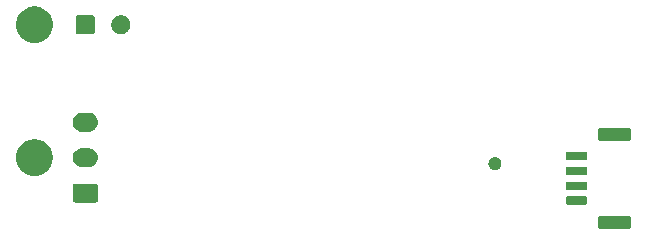
<source format=gbr>
G04 #@! TF.GenerationSoftware,KiCad,Pcbnew,(5.1.5-0-10_14)*
G04 #@! TF.CreationDate,2020-01-04T14:18:12-08:00*
G04 #@! TF.ProjectId,Grits,47726974-732e-46b6-9963-61645f706362,rev?*
G04 #@! TF.SameCoordinates,Original*
G04 #@! TF.FileFunction,Soldermask,Bot*
G04 #@! TF.FilePolarity,Negative*
%FSLAX46Y46*%
G04 Gerber Fmt 4.6, Leading zero omitted, Abs format (unit mm)*
G04 Created by KiCad (PCBNEW (5.1.5-0-10_14)) date 2020-01-04 14:18:12*
%MOMM*%
%LPD*%
G04 APERTURE LIST*
%ADD10C,0.100000*%
G04 APERTURE END LIST*
D10*
G36*
X160329434Y-114178686D02*
G01*
X160369284Y-114190774D01*
X160405999Y-114210399D01*
X160438186Y-114236814D01*
X160464601Y-114269001D01*
X160484226Y-114305716D01*
X160496314Y-114345566D01*
X160501000Y-114393141D01*
X160501000Y-115056859D01*
X160496314Y-115104434D01*
X160484226Y-115144284D01*
X160464601Y-115180999D01*
X160438186Y-115213186D01*
X160405999Y-115239601D01*
X160369284Y-115259226D01*
X160329434Y-115271314D01*
X160281859Y-115276000D01*
X157918141Y-115276000D01*
X157870566Y-115271314D01*
X157830716Y-115259226D01*
X157794001Y-115239601D01*
X157761814Y-115213186D01*
X157735399Y-115180999D01*
X157715774Y-115144284D01*
X157703686Y-115104434D01*
X157699000Y-115056859D01*
X157699000Y-114393141D01*
X157703686Y-114345566D01*
X157715774Y-114305716D01*
X157735399Y-114269001D01*
X157761814Y-114236814D01*
X157794001Y-114210399D01*
X157830716Y-114190774D01*
X157870566Y-114178686D01*
X157918141Y-114174000D01*
X160281859Y-114174000D01*
X160329434Y-114178686D01*
G37*
G36*
X156709928Y-112526764D02*
G01*
X156731009Y-112533160D01*
X156750445Y-112543548D01*
X156767476Y-112557524D01*
X156781452Y-112574555D01*
X156791840Y-112593991D01*
X156798236Y-112615072D01*
X156801000Y-112643140D01*
X156801000Y-113106860D01*
X156798236Y-113134928D01*
X156791840Y-113156009D01*
X156781452Y-113175445D01*
X156767476Y-113192476D01*
X156750445Y-113206452D01*
X156731009Y-113216840D01*
X156709928Y-113223236D01*
X156681860Y-113226000D01*
X155118140Y-113226000D01*
X155090072Y-113223236D01*
X155068991Y-113216840D01*
X155049555Y-113206452D01*
X155032524Y-113192476D01*
X155018548Y-113175445D01*
X155008160Y-113156009D01*
X155001764Y-113134928D01*
X154999000Y-113106860D01*
X154999000Y-112643140D01*
X155001764Y-112615072D01*
X155008160Y-112593991D01*
X155018548Y-112574555D01*
X155032524Y-112557524D01*
X155049555Y-112543548D01*
X155068991Y-112533160D01*
X155090072Y-112526764D01*
X155118140Y-112524000D01*
X156681860Y-112524000D01*
X156709928Y-112526764D01*
G37*
G36*
X115233048Y-111453122D02*
G01*
X115267387Y-111463539D01*
X115299036Y-111480456D01*
X115326778Y-111503222D01*
X115349544Y-111530964D01*
X115366461Y-111562613D01*
X115376878Y-111596952D01*
X115381000Y-111638807D01*
X115381000Y-112861193D01*
X115376878Y-112903048D01*
X115366461Y-112937387D01*
X115349544Y-112969036D01*
X115326778Y-112996778D01*
X115299036Y-113019544D01*
X115267387Y-113036461D01*
X115233048Y-113046878D01*
X115191193Y-113051000D01*
X113448807Y-113051000D01*
X113406952Y-113046878D01*
X113372613Y-113036461D01*
X113340964Y-113019544D01*
X113313222Y-112996778D01*
X113290456Y-112969036D01*
X113273539Y-112937387D01*
X113263122Y-112903048D01*
X113259000Y-112861193D01*
X113259000Y-111638807D01*
X113263122Y-111596952D01*
X113273539Y-111562613D01*
X113290456Y-111530964D01*
X113313222Y-111503222D01*
X113340964Y-111480456D01*
X113372613Y-111463539D01*
X113406952Y-111453122D01*
X113448807Y-111449000D01*
X115191193Y-111449000D01*
X115233048Y-111453122D01*
G37*
G36*
X156709928Y-111276764D02*
G01*
X156731009Y-111283160D01*
X156750445Y-111293548D01*
X156767476Y-111307524D01*
X156781452Y-111324555D01*
X156791840Y-111343991D01*
X156798236Y-111365072D01*
X156801000Y-111393140D01*
X156801000Y-111856860D01*
X156798236Y-111884928D01*
X156791840Y-111906009D01*
X156781452Y-111925445D01*
X156767476Y-111942476D01*
X156750445Y-111956452D01*
X156731009Y-111966840D01*
X156709928Y-111973236D01*
X156681860Y-111976000D01*
X155118140Y-111976000D01*
X155090072Y-111973236D01*
X155068991Y-111966840D01*
X155049555Y-111956452D01*
X155032524Y-111942476D01*
X155018548Y-111925445D01*
X155008160Y-111906009D01*
X155001764Y-111884928D01*
X154999000Y-111856860D01*
X154999000Y-111393140D01*
X155001764Y-111365072D01*
X155008160Y-111343991D01*
X155018548Y-111324555D01*
X155032524Y-111307524D01*
X155049555Y-111293548D01*
X155068991Y-111283160D01*
X155090072Y-111276764D01*
X155118140Y-111274000D01*
X156681860Y-111274000D01*
X156709928Y-111276764D01*
G37*
G36*
X110302585Y-107728802D02*
G01*
X110452410Y-107758604D01*
X110734674Y-107875521D01*
X110988705Y-108045259D01*
X111204741Y-108261295D01*
X111374479Y-108515326D01*
X111491396Y-108797590D01*
X111521198Y-108947415D01*
X111551000Y-109097239D01*
X111551000Y-109402761D01*
X111536432Y-109476000D01*
X111491396Y-109702410D01*
X111374479Y-109984674D01*
X111204741Y-110238705D01*
X110988705Y-110454741D01*
X110734674Y-110624479D01*
X110452410Y-110741396D01*
X110302585Y-110771198D01*
X110152761Y-110801000D01*
X109847239Y-110801000D01*
X109697415Y-110771198D01*
X109547590Y-110741396D01*
X109265326Y-110624479D01*
X109011295Y-110454741D01*
X108795259Y-110238705D01*
X108625521Y-109984674D01*
X108508604Y-109702410D01*
X108463568Y-109476000D01*
X108449000Y-109402761D01*
X108449000Y-109097239D01*
X108478802Y-108947415D01*
X108508604Y-108797590D01*
X108625521Y-108515326D01*
X108795259Y-108261295D01*
X109011295Y-108045259D01*
X109265326Y-107875521D01*
X109547590Y-107758604D01*
X109697415Y-107728802D01*
X109847239Y-107699000D01*
X110152761Y-107699000D01*
X110302585Y-107728802D01*
G37*
G36*
X156709928Y-110026764D02*
G01*
X156731009Y-110033160D01*
X156750445Y-110043548D01*
X156767476Y-110057524D01*
X156781452Y-110074555D01*
X156791840Y-110093991D01*
X156798236Y-110115072D01*
X156801000Y-110143140D01*
X156801000Y-110606860D01*
X156798236Y-110634928D01*
X156791840Y-110656009D01*
X156781452Y-110675445D01*
X156767476Y-110692476D01*
X156750445Y-110706452D01*
X156731009Y-110716840D01*
X156709928Y-110723236D01*
X156681860Y-110726000D01*
X155118140Y-110726000D01*
X155090072Y-110723236D01*
X155068991Y-110716840D01*
X155049555Y-110706452D01*
X155032524Y-110692476D01*
X155018548Y-110675445D01*
X155008160Y-110656009D01*
X155001764Y-110634928D01*
X154999000Y-110606860D01*
X154999000Y-110143140D01*
X155001764Y-110115072D01*
X155008160Y-110093991D01*
X155018548Y-110074555D01*
X155032524Y-110057524D01*
X155049555Y-110043548D01*
X155068991Y-110033160D01*
X155090072Y-110026764D01*
X155118140Y-110024000D01*
X156681860Y-110024000D01*
X156709928Y-110026764D01*
G37*
G36*
X149160721Y-109220174D02*
G01*
X149260995Y-109261709D01*
X149260996Y-109261710D01*
X149351242Y-109322010D01*
X149427990Y-109398758D01*
X149457201Y-109442476D01*
X149488291Y-109489005D01*
X149529826Y-109589279D01*
X149551000Y-109695730D01*
X149551000Y-109804270D01*
X149529826Y-109910721D01*
X149488291Y-110010995D01*
X149458345Y-110055812D01*
X149427990Y-110101242D01*
X149351242Y-110177990D01*
X149319050Y-110199500D01*
X149260995Y-110238291D01*
X149160721Y-110279826D01*
X149054270Y-110301000D01*
X148945730Y-110301000D01*
X148839279Y-110279826D01*
X148739005Y-110238291D01*
X148680950Y-110199500D01*
X148648758Y-110177990D01*
X148572010Y-110101242D01*
X148541655Y-110055812D01*
X148511709Y-110010995D01*
X148470174Y-109910721D01*
X148449000Y-109804270D01*
X148449000Y-109695730D01*
X148470174Y-109589279D01*
X148511709Y-109489005D01*
X148542799Y-109442476D01*
X148572010Y-109398758D01*
X148648758Y-109322010D01*
X148739004Y-109261710D01*
X148739005Y-109261709D01*
X148839279Y-109220174D01*
X148945730Y-109199000D01*
X149054270Y-109199000D01*
X149160721Y-109220174D01*
G37*
G36*
X114658571Y-108452863D02*
G01*
X114737023Y-108460590D01*
X114837682Y-108491125D01*
X114888013Y-108506392D01*
X115027165Y-108580771D01*
X115149133Y-108680867D01*
X115249229Y-108802835D01*
X115323608Y-108941987D01*
X115323608Y-108941988D01*
X115369410Y-109092977D01*
X115384875Y-109250000D01*
X115369410Y-109407023D01*
X115348486Y-109476000D01*
X115323608Y-109558013D01*
X115249229Y-109697165D01*
X115149133Y-109819133D01*
X115027165Y-109919229D01*
X114888013Y-109993608D01*
X114837682Y-110008875D01*
X114737023Y-110039410D01*
X114658571Y-110047137D01*
X114619346Y-110051000D01*
X114020654Y-110051000D01*
X113981429Y-110047137D01*
X113902977Y-110039410D01*
X113802318Y-110008875D01*
X113751987Y-109993608D01*
X113612835Y-109919229D01*
X113490867Y-109819133D01*
X113390771Y-109697165D01*
X113316392Y-109558013D01*
X113291514Y-109476000D01*
X113270590Y-109407023D01*
X113255125Y-109250000D01*
X113270590Y-109092977D01*
X113316392Y-108941988D01*
X113316392Y-108941987D01*
X113390771Y-108802835D01*
X113490867Y-108680867D01*
X113612835Y-108580771D01*
X113751987Y-108506392D01*
X113802318Y-108491125D01*
X113902977Y-108460590D01*
X113981429Y-108452863D01*
X114020654Y-108449000D01*
X114619346Y-108449000D01*
X114658571Y-108452863D01*
G37*
G36*
X156709928Y-108776764D02*
G01*
X156731009Y-108783160D01*
X156750445Y-108793548D01*
X156767476Y-108807524D01*
X156781452Y-108824555D01*
X156791840Y-108843991D01*
X156798236Y-108865072D01*
X156801000Y-108893140D01*
X156801000Y-109356860D01*
X156798236Y-109384928D01*
X156791840Y-109406009D01*
X156781452Y-109425445D01*
X156767476Y-109442476D01*
X156750445Y-109456452D01*
X156731009Y-109466840D01*
X156709928Y-109473236D01*
X156681860Y-109476000D01*
X155118140Y-109476000D01*
X155090072Y-109473236D01*
X155068991Y-109466840D01*
X155049555Y-109456452D01*
X155032524Y-109442476D01*
X155018548Y-109425445D01*
X155008160Y-109406009D01*
X155001764Y-109384928D01*
X154999000Y-109356860D01*
X154999000Y-108893140D01*
X155001764Y-108865072D01*
X155008160Y-108843991D01*
X155018548Y-108824555D01*
X155032524Y-108807524D01*
X155049555Y-108793548D01*
X155068991Y-108783160D01*
X155090072Y-108776764D01*
X155118140Y-108774000D01*
X156681860Y-108774000D01*
X156709928Y-108776764D01*
G37*
G36*
X160329434Y-106728686D02*
G01*
X160369284Y-106740774D01*
X160405999Y-106760399D01*
X160438186Y-106786814D01*
X160464601Y-106819001D01*
X160484226Y-106855716D01*
X160496314Y-106895566D01*
X160501000Y-106943141D01*
X160501000Y-107606859D01*
X160496314Y-107654434D01*
X160484226Y-107694284D01*
X160464601Y-107730999D01*
X160438186Y-107763186D01*
X160405999Y-107789601D01*
X160369284Y-107809226D01*
X160329434Y-107821314D01*
X160281859Y-107826000D01*
X157918141Y-107826000D01*
X157870566Y-107821314D01*
X157830716Y-107809226D01*
X157794001Y-107789601D01*
X157761814Y-107763186D01*
X157735399Y-107730999D01*
X157715774Y-107694284D01*
X157703686Y-107654434D01*
X157699000Y-107606859D01*
X157699000Y-106943141D01*
X157703686Y-106895566D01*
X157715774Y-106855716D01*
X157735399Y-106819001D01*
X157761814Y-106786814D01*
X157794001Y-106760399D01*
X157830716Y-106740774D01*
X157870566Y-106728686D01*
X157918141Y-106724000D01*
X160281859Y-106724000D01*
X160329434Y-106728686D01*
G37*
G36*
X114658571Y-105452863D02*
G01*
X114737023Y-105460590D01*
X114837682Y-105491125D01*
X114888013Y-105506392D01*
X115027165Y-105580771D01*
X115149133Y-105680867D01*
X115249229Y-105802835D01*
X115323608Y-105941987D01*
X115323608Y-105941988D01*
X115369410Y-106092977D01*
X115384875Y-106250000D01*
X115369410Y-106407023D01*
X115338875Y-106507682D01*
X115323608Y-106558013D01*
X115249229Y-106697165D01*
X115149133Y-106819133D01*
X115027165Y-106919229D01*
X114888013Y-106993608D01*
X114868589Y-106999500D01*
X114737023Y-107039410D01*
X114658571Y-107047137D01*
X114619346Y-107051000D01*
X114020654Y-107051000D01*
X113981429Y-107047137D01*
X113902977Y-107039410D01*
X113771411Y-106999500D01*
X113751987Y-106993608D01*
X113612835Y-106919229D01*
X113490867Y-106819133D01*
X113390771Y-106697165D01*
X113316392Y-106558013D01*
X113301125Y-106507682D01*
X113270590Y-106407023D01*
X113255125Y-106250000D01*
X113270590Y-106092977D01*
X113316392Y-105941988D01*
X113316392Y-105941987D01*
X113390771Y-105802835D01*
X113490867Y-105680867D01*
X113612835Y-105580771D01*
X113751987Y-105506392D01*
X113802318Y-105491125D01*
X113902977Y-105460590D01*
X113981429Y-105452863D01*
X114020654Y-105449000D01*
X114619346Y-105449000D01*
X114658571Y-105452863D01*
G37*
G36*
X110302585Y-96478802D02*
G01*
X110452410Y-96508604D01*
X110734674Y-96625521D01*
X110988705Y-96795259D01*
X111204741Y-97011295D01*
X111374479Y-97265326D01*
X111491396Y-97547590D01*
X111551000Y-97847240D01*
X111551000Y-98152760D01*
X111491396Y-98452410D01*
X111374479Y-98734674D01*
X111204741Y-98988705D01*
X110988705Y-99204741D01*
X110734674Y-99374479D01*
X110452410Y-99491396D01*
X110302585Y-99521198D01*
X110152761Y-99551000D01*
X109847239Y-99551000D01*
X109697415Y-99521198D01*
X109547590Y-99491396D01*
X109265326Y-99374479D01*
X109011295Y-99204741D01*
X108795259Y-98988705D01*
X108625521Y-98734674D01*
X108508604Y-98452410D01*
X108449000Y-98152760D01*
X108449000Y-97847240D01*
X108508604Y-97547590D01*
X108625521Y-97265326D01*
X108795259Y-97011295D01*
X109011295Y-96795259D01*
X109265326Y-96625521D01*
X109547590Y-96508604D01*
X109697415Y-96478802D01*
X109847239Y-96449000D01*
X110152761Y-96449000D01*
X110302585Y-96478802D01*
G37*
G36*
X117553642Y-97229781D02*
G01*
X117677208Y-97280964D01*
X117699416Y-97290163D01*
X117830608Y-97377822D01*
X117942178Y-97489392D01*
X117981064Y-97547590D01*
X118029838Y-97620586D01*
X118090219Y-97766358D01*
X118121000Y-97921107D01*
X118121000Y-98078893D01*
X118090219Y-98233642D01*
X118029838Y-98379414D01*
X118029837Y-98379416D01*
X117942178Y-98510608D01*
X117830608Y-98622178D01*
X117699416Y-98709837D01*
X117699415Y-98709838D01*
X117699414Y-98709838D01*
X117553642Y-98770219D01*
X117398893Y-98801000D01*
X117241107Y-98801000D01*
X117086358Y-98770219D01*
X116940586Y-98709838D01*
X116940585Y-98709838D01*
X116940584Y-98709837D01*
X116809392Y-98622178D01*
X116697822Y-98510608D01*
X116610163Y-98379416D01*
X116610162Y-98379414D01*
X116549781Y-98233642D01*
X116519000Y-98078893D01*
X116519000Y-97921107D01*
X116549781Y-97766358D01*
X116610162Y-97620586D01*
X116658936Y-97547590D01*
X116697822Y-97489392D01*
X116809392Y-97377822D01*
X116940584Y-97290163D01*
X116962792Y-97280964D01*
X117086358Y-97229781D01*
X117241107Y-97199000D01*
X117398893Y-97199000D01*
X117553642Y-97229781D01*
G37*
G36*
X114973048Y-97203122D02*
G01*
X115007387Y-97213539D01*
X115039036Y-97230456D01*
X115066778Y-97253222D01*
X115089544Y-97280964D01*
X115106461Y-97312613D01*
X115116878Y-97346952D01*
X115121000Y-97388807D01*
X115121000Y-98611193D01*
X115116878Y-98653048D01*
X115106461Y-98687387D01*
X115089544Y-98719036D01*
X115066778Y-98746778D01*
X115039036Y-98769544D01*
X115007387Y-98786461D01*
X114973048Y-98796878D01*
X114931193Y-98801000D01*
X113708807Y-98801000D01*
X113666952Y-98796878D01*
X113632613Y-98786461D01*
X113600964Y-98769544D01*
X113573222Y-98746778D01*
X113550456Y-98719036D01*
X113533539Y-98687387D01*
X113523122Y-98653048D01*
X113519000Y-98611193D01*
X113519000Y-97388807D01*
X113523122Y-97346952D01*
X113533539Y-97312613D01*
X113550456Y-97280964D01*
X113573222Y-97253222D01*
X113600964Y-97230456D01*
X113632613Y-97213539D01*
X113666952Y-97203122D01*
X113708807Y-97199000D01*
X114931193Y-97199000D01*
X114973048Y-97203122D01*
G37*
M02*

</source>
